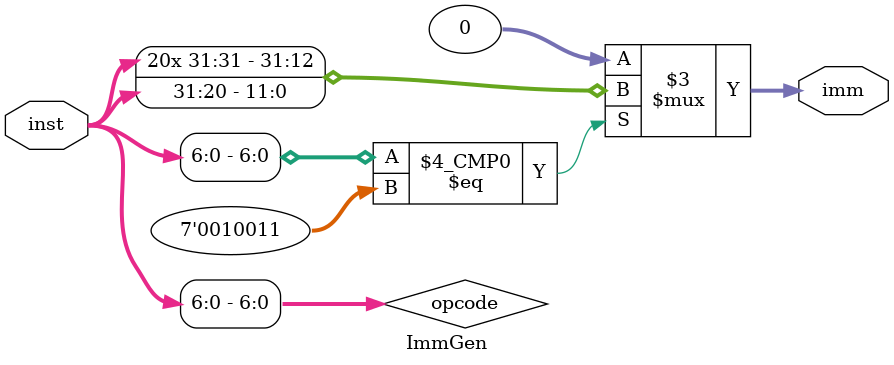
<source format=v>
module ImmGen (
    /* verilator lint_off UNUSEDSIGNAL */
    input [31:0] inst,
    output reg signed [31:0] imm
);
    // ImmGen generate imm value base opcode
    wire [6:0] opcode = inst[6:0];

    always @(*) begin

        case(opcode)
        
            7'b0010011: imm = {{20{inst[31]}}, inst[31:20]}; //I-type except lw
            // Implement other instructions
            default: imm = 32'b0;
        
        endcase
    
    end

endmodule


</source>
